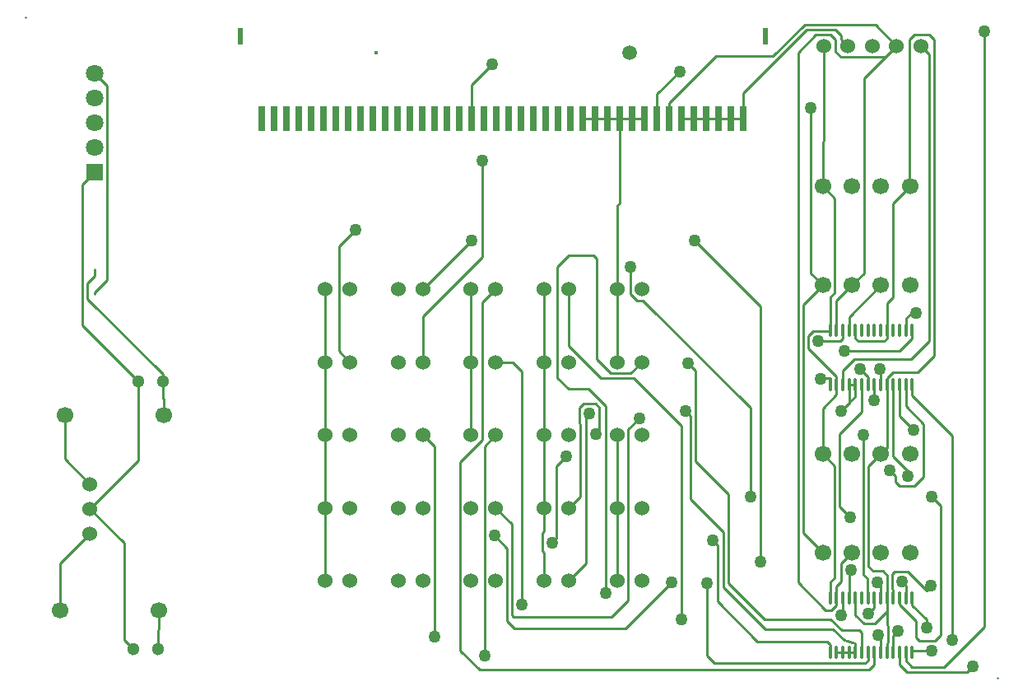
<source format=gtl>
G04 Layer_Physical_Order=1*
G04 Layer_Color=25308*
%FSLAX25Y25*%
%MOIN*%
G70*
G01*
G75*
%ADD10R,0.03150X0.09843*%
%ADD11O,0.01378X0.05512*%
%ADD12C,0.01000*%
%ADD13C,0.01500*%
%ADD14C,0.05906*%
%ADD15R,0.01969X0.07087*%
%ADD16C,0.06000*%
%ADD17C,0.07087*%
%ADD18R,0.07087X0.07087*%
%ADD19C,0.06693*%
%ADD20C,0.05118*%
%ADD21C,0.05000*%
D10*
X370748Y452717D02*
D03*
X375748D02*
D03*
X380748D02*
D03*
X390748D02*
D03*
X385748D02*
D03*
X360748D02*
D03*
X365748D02*
D03*
X355748D02*
D03*
X350748D02*
D03*
X345748D02*
D03*
X295748D02*
D03*
X300748D02*
D03*
X305748D02*
D03*
X315748D02*
D03*
X310748D02*
D03*
X335748D02*
D03*
X340748D02*
D03*
X330748D02*
D03*
X325748D02*
D03*
X320748D02*
D03*
X245748D02*
D03*
X250748D02*
D03*
X255748D02*
D03*
X265748D02*
D03*
X260748D02*
D03*
X285748D02*
D03*
X290748D02*
D03*
X280748D02*
D03*
X275748D02*
D03*
X270748D02*
D03*
X195748D02*
D03*
X200748D02*
D03*
X205748D02*
D03*
X215748D02*
D03*
X210748D02*
D03*
X235748D02*
D03*
X240748D02*
D03*
X230748D02*
D03*
X225748D02*
D03*
X220748D02*
D03*
D11*
X425853Y345125D02*
D03*
X428412D02*
D03*
X430971D02*
D03*
X433531D02*
D03*
X436090D02*
D03*
X438649D02*
D03*
X441208D02*
D03*
X443767D02*
D03*
X446326D02*
D03*
X448885D02*
D03*
X451444D02*
D03*
X454003D02*
D03*
X456562D02*
D03*
X459121D02*
D03*
X425853Y367172D02*
D03*
X428412D02*
D03*
X430971D02*
D03*
X433531D02*
D03*
X436090D02*
D03*
X438649D02*
D03*
X441208D02*
D03*
X443767D02*
D03*
X446326D02*
D03*
X448885D02*
D03*
X451444D02*
D03*
X454003D02*
D03*
X456562D02*
D03*
X459121D02*
D03*
X425853Y236857D02*
D03*
X428412D02*
D03*
X430971D02*
D03*
X433531D02*
D03*
X436090D02*
D03*
X438649D02*
D03*
X441208D02*
D03*
X443767D02*
D03*
X446326D02*
D03*
X448885D02*
D03*
X451444D02*
D03*
X454003D02*
D03*
X456562D02*
D03*
X459121D02*
D03*
X425853Y258905D02*
D03*
X428412D02*
D03*
X430971D02*
D03*
X433531D02*
D03*
X436090D02*
D03*
X438649D02*
D03*
X441208D02*
D03*
X443767D02*
D03*
X446326D02*
D03*
X448885D02*
D03*
X451444D02*
D03*
X454003D02*
D03*
X456562D02*
D03*
X459121D02*
D03*
D12*
X334900Y260700D02*
Y336500D01*
X439500Y469027D02*
X448173Y477700D01*
X448885Y248000D02*
Y253485D01*
X433531Y337931D02*
X436090Y340490D01*
X440885Y260996D02*
X441208D01*
X459121Y237500D02*
X466900D01*
X439500Y390248D02*
Y469027D01*
X434613Y385361D02*
X439500Y390248D01*
X414802Y377361D02*
X422802Y385361D01*
X414802Y285094D02*
X422802Y277094D01*
X280748Y452717D02*
Y466648D01*
X288900Y474800D01*
X458500Y355400D02*
X465900Y362800D01*
Y478982D01*
X462598Y482283D02*
X465900Y478982D01*
X433531Y258905D02*
Y269331D01*
X434400Y270200D01*
X125984Y294921D02*
X139900Y281005D01*
Y241990D02*
Y281005D01*
Y241990D02*
X143701Y238189D01*
X125984Y294921D02*
X145669Y314606D01*
Y346457D01*
X448885Y319554D02*
Y345125D01*
X446424Y317094D02*
X448885Y319554D01*
X430200Y334600D02*
X433531Y337931D01*
Y345125D01*
X461400Y350300D02*
X467900Y356800D01*
Y484900D01*
X466000Y486800D02*
X467900Y484900D01*
X460000Y486800D02*
X466000D01*
X458000Y484800D02*
X460000Y486800D01*
X458000Y425596D02*
Y484800D01*
Y425596D02*
X458235Y425361D01*
X436090Y236857D02*
Y240610D01*
X431671Y241700D02*
X436090Y240610D01*
X427071Y246300D02*
X431671Y241700D01*
X399600Y246300D02*
X427071D01*
X382700Y263200D02*
X399600Y246300D01*
X382700Y263200D02*
Y285400D01*
X369400Y298700D02*
X382700Y285400D01*
X369400Y298700D02*
Y332600D01*
X367400Y334600D02*
X369400Y332600D01*
X436090Y340490D02*
Y345125D01*
X456562Y372000D02*
X458624Y374062D01*
X456562Y367172D02*
Y372000D01*
X457300Y308200D02*
Y310200D01*
X451444Y316056D02*
X457300Y310200D01*
X451444Y316056D02*
Y345125D01*
X344988Y349831D02*
X349488Y354331D01*
X336969Y349831D02*
X344988D01*
X331300Y355500D02*
X336969Y349831D01*
X331300Y355500D02*
Y396100D01*
X329800Y397600D02*
X331300Y396100D01*
X320000Y397600D02*
X329800D01*
X315400Y393000D02*
X320000Y397600D01*
X315400Y348000D02*
Y393000D01*
Y348000D02*
X320000Y343400D01*
X328000D01*
X334900Y336500D01*
X454900Y265600D02*
X456562Y263938D01*
Y258905D02*
Y263938D01*
X451444Y243400D02*
X453444Y245400D01*
X451444Y236857D02*
Y243400D01*
X319961Y265748D02*
X326900Y272687D01*
Y331900D01*
X328400Y333400D01*
X454021Y358900D02*
X459121Y364000D01*
Y367172D01*
Y256000D02*
Y258905D01*
Y256000D02*
X464980Y250141D01*
Y246720D02*
Y250141D01*
X446326Y236857D02*
Y242974D01*
X445300Y244000D02*
X446326Y242974D01*
X365500Y250100D02*
Y328493D01*
X346162Y347831D02*
X365500Y328493D01*
X332969Y347831D02*
X346162D01*
X319961Y360839D02*
X332969Y347831D01*
X319961Y360839D02*
Y383858D01*
X443767Y338967D02*
Y345125D01*
X443700Y338900D02*
X443767Y338967D01*
X344000Y327100D02*
X348515Y331615D01*
X344000Y257865D02*
Y327100D01*
X337434Y251299D02*
X344000Y257865D01*
X297701Y251299D02*
X337434D01*
X297000Y252000D02*
X297701Y251299D01*
X297000Y252000D02*
Y288709D01*
X290433Y295276D02*
X297000Y288709D01*
X456562Y336338D02*
Y345125D01*
Y336338D02*
X463700Y329200D01*
Y307900D02*
Y329200D01*
X460000Y304200D02*
X463700Y307900D01*
X454000Y304200D02*
X460000D01*
X452300Y305900D02*
X454000Y304200D01*
X452300Y305900D02*
Y308200D01*
X449900Y310600D02*
X452300Y308200D01*
X315000Y312200D02*
X319100Y316300D01*
X315000Y282800D02*
Y312200D01*
X313300Y281100D02*
X315000Y282800D01*
X441208Y345125D02*
Y348192D01*
X451444Y258905D02*
Y262100D01*
X450900Y262644D02*
X451444Y262100D01*
X450900Y262644D02*
Y268500D01*
X452000Y269600D01*
X457300D01*
X265500Y243300D02*
Y320209D01*
X260906Y324803D02*
X265500Y320209D01*
X260906Y354331D02*
Y372800D01*
X284900Y396794D01*
Y436000D01*
X458939Y230961D02*
X472061D01*
X456562Y233338D02*
X458939Y230961D01*
X456562Y233338D02*
Y236857D01*
X441208Y233508D02*
Y236857D01*
X440100Y232400D02*
X441208Y233508D01*
X378900Y232400D02*
X440100D01*
X375800Y235500D02*
X378900Y232400D01*
X375800Y235500D02*
Y264800D01*
X397600Y273500D02*
Y376800D01*
X370900Y403500D02*
X397600Y376800D01*
X260906Y383858D02*
X280547Y403500D01*
X438649Y334252D02*
Y345125D01*
X429700Y325303D02*
X438649Y334252D01*
X429700Y296000D02*
Y325303D01*
Y296000D02*
X434100Y291600D01*
X343000Y246600D02*
X361500Y265100D01*
X298000Y246600D02*
X343000D01*
X295000Y249600D02*
X298000Y246600D01*
X295000Y249600D02*
Y279000D01*
X289900Y284100D02*
X295000Y279000D01*
X344900Y382000D02*
Y392700D01*
Y382000D02*
X347600Y379300D01*
X350100D01*
X393600Y335800D01*
Y299900D02*
Y335800D01*
X462000Y241500D02*
X468200D01*
X460700Y242800D02*
X462000Y241500D01*
X460700Y242800D02*
Y249400D01*
X454003Y256097D02*
X460700Y249400D01*
X454003Y256097D02*
Y258905D01*
Y232000D02*
Y236857D01*
Y232000D02*
X457103Y228900D01*
X481300D01*
X483600Y231200D01*
X226800Y401200D02*
X233500Y407900D01*
X226800Y358909D02*
Y401200D01*
Y358909D02*
X231378Y354331D01*
X428412Y341215D02*
Y345125D01*
X422802Y335604D02*
X428412Y341215D01*
X422802Y317094D02*
Y335604D01*
X309961Y295276D02*
Y324803D01*
X438649Y236857D02*
Y244700D01*
X437649Y245700D02*
X438649Y244700D01*
X430500Y245700D02*
X437649D01*
X426100Y250100D02*
X430500Y245700D01*
X399443Y250100D02*
X426100D01*
X384700Y264843D02*
X399443Y250100D01*
X384700Y264843D02*
Y300800D01*
X371450Y314050D02*
X384700Y300800D01*
X371450Y314050D02*
Y350750D01*
X368200Y354000D02*
X371450Y350750D01*
X425853Y236857D02*
Y240000D01*
X424653Y241200D02*
X425853Y240000D01*
X396379Y241200D02*
X424653D01*
X380131Y257448D02*
X396379Y241200D01*
X380131Y257448D02*
Y280331D01*
X378131Y282331D02*
X380131Y280331D01*
X446326Y345125D02*
Y351074D01*
X330900Y325100D02*
X332400Y326600D01*
Y336000D01*
X331000Y337400D02*
X332400Y336000D01*
X325800Y337400D02*
X331000D01*
X324400Y336000D02*
X325800Y337400D01*
X324400Y329400D02*
Y336000D01*
Y329400D02*
X324500Y329300D01*
Y299815D02*
Y329300D01*
X319961Y295276D02*
X324500Y299815D01*
X443767Y254967D02*
Y258905D01*
X441400Y252600D02*
X443767Y254967D01*
X425853Y367000D02*
Y367172D01*
X290433Y354331D02*
X297369D01*
X301100Y350600D01*
Y256100D02*
Y350600D01*
X459121Y236857D02*
Y237500D01*
X446326Y258905D02*
Y263774D01*
X444900Y265200D02*
X446326Y263774D01*
X285900Y235500D02*
Y320270D01*
X290433Y324803D01*
X459121Y340755D02*
Y345125D01*
X430400Y252000D02*
X430971Y252571D01*
Y258905D01*
X448885Y253485D02*
Y258905D01*
X444000Y248600D02*
X448885Y253485D01*
X439490Y248600D02*
X444000D01*
X436090Y252000D02*
X439490Y248600D01*
X436090Y252000D02*
Y258905D01*
X454003Y332597D02*
Y345125D01*
Y332597D02*
X459700Y326900D01*
X443767Y232000D02*
Y236857D01*
X441467Y229700D02*
X443767Y232000D01*
X283800Y229700D02*
X441467D01*
X275900Y237600D02*
X283800Y229700D01*
X275900Y237600D02*
Y313700D01*
X285000Y322800D01*
Y378425D01*
X290433Y383858D01*
X448885Y236857D02*
Y240585D01*
X449300Y241000D01*
Y247585D01*
X448885Y248000D02*
X449300Y247585D01*
X428412Y256000D02*
Y258905D01*
X426325Y253912D02*
X428412Y256000D01*
X424020Y253912D02*
X426325D01*
X412802Y265130D02*
X424020Y253912D01*
X412802Y479586D02*
X420000Y486783D01*
X426000D01*
X428100Y484683D01*
Y480000D02*
Y484683D01*
Y480000D02*
X430400Y477700D01*
X448173D01*
X452756Y482283D01*
X417900Y390263D02*
X422802Y385361D01*
X417900Y390263D02*
Y457270D01*
X441208Y258905D02*
Y260996D01*
X440885D02*
Y266823D01*
X439460Y268248D02*
X440885Y266823D01*
X439460Y268248D02*
Y324803D01*
X430400Y272880D02*
X434613Y277094D01*
X430400Y265388D02*
Y272880D01*
X428412Y263400D02*
X430400Y265388D01*
X428412Y258905D02*
Y263400D01*
X448885Y258905D02*
Y261200D01*
X448900Y261215D01*
Y268000D01*
X447170Y269730D02*
X448900Y268000D01*
X443255Y269730D02*
X447170D01*
X441460Y271525D02*
X443255Y269730D01*
X441460Y271525D02*
Y312129D01*
X446424Y317094D01*
X309961Y285745D02*
Y295276D01*
X309300Y285085D02*
X309961Y285745D01*
X309300Y277761D02*
Y285085D01*
Y277761D02*
X309961Y277100D01*
Y265748D02*
Y277100D01*
X448885Y367172D02*
Y378085D01*
X451300Y380500D01*
Y418426D01*
X458235Y425361D01*
X355748Y452717D02*
Y462748D01*
X364900Y471900D01*
X428412Y367172D02*
Y379160D01*
X434613Y385361D01*
X390748Y452717D02*
Y463222D01*
X416310Y488783D01*
X428000D01*
X430428Y486356D01*
Y484927D02*
Y486356D01*
Y484927D02*
X433071Y482283D01*
X360748Y452717D02*
Y459100D01*
X379748Y478100D01*
X402700D01*
X415500Y490900D01*
X444139D01*
X452756Y482283D01*
X422802Y317094D02*
X427700Y312196D01*
Y267100D02*
Y312196D01*
X425853Y265253D02*
X427700Y267100D01*
X425853Y258905D02*
Y265253D01*
X422802Y425361D02*
Y443400D01*
X423228Y443826D01*
Y482283D01*
X123075Y369051D02*
X145669Y346457D01*
X123075Y369051D02*
Y426224D01*
X127953Y431102D01*
Y381890D02*
Y382436D01*
X133000Y387483D01*
Y466055D01*
X127953Y471102D02*
X133000Y466055D01*
X127953Y389056D02*
Y391890D01*
X125075Y386178D02*
X127953Y389056D01*
X125075Y380000D02*
Y386178D01*
Y380000D02*
X155669Y349406D01*
Y346457D02*
Y349406D01*
X113858Y253937D02*
Y272795D01*
X125984Y284921D01*
X115827Y315079D02*
Y332677D01*
Y315079D02*
X125984Y304921D01*
X425853Y367172D02*
Y380500D01*
X427700Y382347D01*
Y420463D01*
X422802Y425361D02*
X427700Y420463D01*
X447785Y362900D02*
X448885Y364000D01*
Y367172D01*
X365748Y452717D02*
X370748D01*
X375748D01*
X385748D02*
X390748D01*
X375748D02*
X380748D01*
X385748D01*
X433531Y345125D02*
X436090D01*
X428412Y236857D02*
X430971D01*
X433531D01*
X436090D01*
X155669Y339558D02*
Y346457D01*
Y339558D02*
X155827Y339400D01*
Y332677D02*
Y339400D01*
X325748Y452717D02*
X330748D01*
X345748D02*
X350748D01*
X340748D02*
X345748D01*
X330748D02*
X335748D01*
X340748D01*
X280433Y324803D02*
Y354331D01*
X153858Y246057D02*
Y253937D01*
X153701Y245900D02*
X153858Y246057D01*
X153701Y238189D02*
Y245900D01*
X280433Y354331D02*
Y383858D01*
X221378Y354331D02*
Y383858D01*
Y324803D02*
Y354331D01*
Y265748D02*
Y295276D01*
Y324803D01*
X340748Y418860D02*
Y452717D01*
X339488Y417600D02*
X340748Y418860D01*
X339488Y383858D02*
Y417600D01*
Y354331D02*
Y383858D01*
X309961Y354331D02*
Y383858D01*
X339488Y265748D02*
Y295276D01*
Y324803D01*
X309961D02*
Y354331D01*
X458624Y374062D02*
X458670Y374016D01*
X460630D01*
X472061Y230961D02*
X488189Y247089D01*
Y488189D01*
X459121Y340755D02*
X475400Y324476D01*
Y241752D02*
Y324476D01*
X467000Y299900D02*
X470700Y296200D01*
X468200Y241500D02*
X470700Y244000D01*
Y296200D01*
X457300Y269600D02*
X465089Y261811D01*
X436090Y364000D02*
Y367172D01*
Y364000D02*
X437190Y362900D01*
X447785D01*
X412802Y265130D02*
Y479586D01*
X414802Y285094D02*
Y377361D01*
X416802Y359998D02*
Y364900D01*
X451185Y350300D02*
X461400D01*
X448885Y345125D02*
Y348000D01*
X451185Y350300D01*
X446000Y351400D02*
X446326Y351074D01*
X418902Y367000D02*
X425853D01*
X416802Y364900D02*
X418902Y367000D01*
X433531Y367172D02*
Y372468D01*
X446424Y385361D01*
X438000Y351400D02*
X441208Y348192D01*
X430971Y364000D02*
Y367172D01*
X431636Y358900D02*
X454021D01*
X435636Y355400D02*
X458500D01*
X425853Y345125D02*
Y347800D01*
X422300D02*
X425853D01*
X430971Y350735D02*
X435636Y355400D01*
X430971Y345125D02*
Y350735D01*
X428412Y345125D02*
Y348388D01*
X416802Y359998D02*
X428412Y348388D01*
X421900Y347400D02*
X422300Y347800D01*
X429871Y362900D02*
X430971Y364000D01*
X420802Y362900D02*
X429871D01*
X465089Y261811D02*
X466535Y263258D01*
Y263779D01*
X493701Y226378D02*
X493701Y226378D01*
X100000Y493701D02*
X100000Y493701D01*
D13*
X242126Y479528D02*
D03*
D14*
X344488D02*
D03*
D15*
X187008Y486220D02*
D03*
X399606D02*
D03*
D16*
X462598Y482283D02*
D03*
X452756D02*
D03*
X442913D02*
D03*
X433071D02*
D03*
X423228D02*
D03*
X125984Y304921D02*
D03*
Y294921D02*
D03*
Y284921D02*
D03*
X349488Y383858D02*
D03*
X339488D02*
D03*
X319961D02*
D03*
X309961D02*
D03*
X290433D02*
D03*
X280433D02*
D03*
X260906D02*
D03*
X250906D02*
D03*
X231378D02*
D03*
X221378D02*
D03*
X349488Y354331D02*
D03*
X339488D02*
D03*
X319961D02*
D03*
X309961D02*
D03*
X290433D02*
D03*
X280433D02*
D03*
X260906D02*
D03*
X250906D02*
D03*
X231378D02*
D03*
X221378D02*
D03*
X349488Y324803D02*
D03*
X339488D02*
D03*
X319961D02*
D03*
X309961D02*
D03*
X290433D02*
D03*
X280433D02*
D03*
X260906D02*
D03*
X250906D02*
D03*
X231378D02*
D03*
X221378D02*
D03*
X349488Y295276D02*
D03*
X339488D02*
D03*
X319961D02*
D03*
X309961D02*
D03*
X290433D02*
D03*
X280433D02*
D03*
X260906D02*
D03*
X250906D02*
D03*
X231378D02*
D03*
X221378D02*
D03*
X349488Y265748D02*
D03*
X339488D02*
D03*
X319961D02*
D03*
X309961D02*
D03*
X290433D02*
D03*
X280433D02*
D03*
X260906D02*
D03*
X250906D02*
D03*
X231378D02*
D03*
X221378D02*
D03*
D17*
X127953Y471102D02*
D03*
Y461102D02*
D03*
Y451102D02*
D03*
Y441102D02*
D03*
D18*
Y431102D02*
D03*
D19*
X153858Y253937D02*
D03*
X113858D02*
D03*
X115827Y332677D02*
D03*
X155827D02*
D03*
X434613Y425361D02*
D03*
Y385361D02*
D03*
X422802Y425361D02*
D03*
Y385361D02*
D03*
X434613Y317094D02*
D03*
Y277094D02*
D03*
X422802Y317094D02*
D03*
Y277094D02*
D03*
X446424Y385361D02*
D03*
Y425361D02*
D03*
X458235Y277094D02*
D03*
Y317094D02*
D03*
Y385361D02*
D03*
Y425361D02*
D03*
X446424Y277094D02*
D03*
Y317094D02*
D03*
D20*
X143701Y238189D02*
D03*
X153701D02*
D03*
X145669Y346457D02*
D03*
X155669D02*
D03*
D21*
X334900Y260700D02*
D03*
X288900Y474800D02*
D03*
X434400Y270200D02*
D03*
X367400Y334600D02*
D03*
X430200D02*
D03*
X457300Y308200D02*
D03*
X454900Y265600D02*
D03*
X453444Y245400D02*
D03*
X328400Y333400D02*
D03*
X464980Y246720D02*
D03*
X445300Y244000D02*
D03*
X365500Y250100D02*
D03*
X443700Y338900D02*
D03*
X348515Y331615D02*
D03*
X449900Y310600D02*
D03*
X319100Y316300D02*
D03*
X313300Y281100D02*
D03*
X265500Y243300D02*
D03*
X284900Y436000D02*
D03*
X375800Y264800D02*
D03*
X397600Y273500D02*
D03*
X370900Y403500D02*
D03*
X280547D02*
D03*
X434100Y291600D02*
D03*
X361500Y265100D02*
D03*
X289900Y284100D02*
D03*
X344900Y392700D02*
D03*
X393600Y299900D02*
D03*
X467000D02*
D03*
X483600Y231200D02*
D03*
X233500Y407900D02*
D03*
X368200Y354000D02*
D03*
X378131Y282331D02*
D03*
X330900Y325100D02*
D03*
X441400Y252600D02*
D03*
X301100Y256100D02*
D03*
X466900Y237500D02*
D03*
X444900Y265200D02*
D03*
X285900Y235500D02*
D03*
X475400Y241752D02*
D03*
X430400Y252000D02*
D03*
X459700Y326900D02*
D03*
X417900Y457270D02*
D03*
X439460Y324803D02*
D03*
X364900Y471900D02*
D03*
X460630Y374016D02*
D03*
X488189Y488189D02*
D03*
X446000Y351400D02*
D03*
X438000D02*
D03*
X431636Y358900D02*
D03*
X421900Y347400D02*
D03*
X420802Y362900D02*
D03*
X466535Y263779D02*
D03*
M02*

</source>
